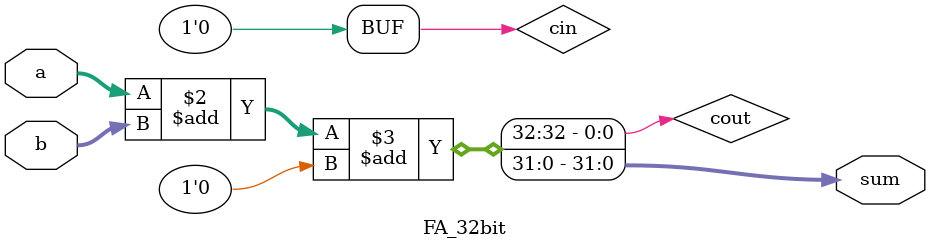
<source format=v>
module FA_32bit (a, b, sum);	

input [31:0]a, b;
reg cin = 1'b0;										
output reg [31:0]sum;									
reg cout;

always@(*)												
begin

	{cout, sum} = a + b + cin; 					
	
end														

endmodule												

</source>
